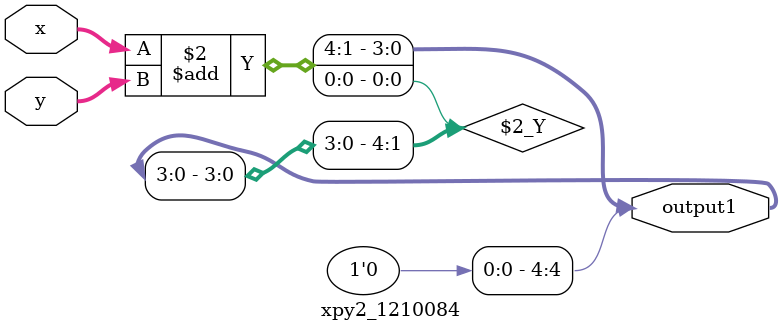
<source format=v>

module xpy2_1210084 (x, y, output1);
    parameter size = 3; 
    input [size-1:0] x,y;
    output [size+1:0] output1;
    
    reg [size+1:0] output1;
    
    always@(*) begin
        output1 = (x + y) >> 1;
    end
endmodule
</source>
